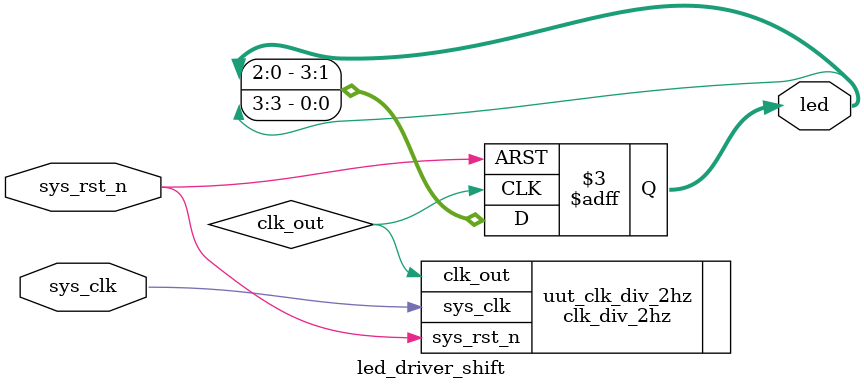
<source format=v>
module led_driver_shift (
    input sys_clk,
    input sys_rst_n,
    output reg [3:0] led
);
    wire clk_out;

    clk_div_2hz uut_clk_div_2hz (
        .sys_clk(sys_clk),
        .sys_rst_n(sys_rst_n),
        .clk_out(clk_out)
    );

    // LED flasher with 2Hz (using shift register)
    always @(posedge clk_out or negedge sys_rst_n) begin
        if (~sys_rst_n)
            led <= 4'b1110;
        else
            led <= {led[2:0], led[3]};
    end

endmodule
</source>
